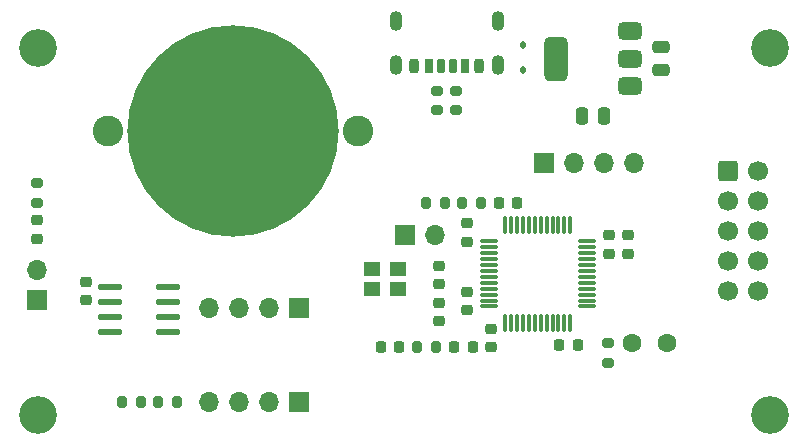
<source format=gbr>
%TF.GenerationSoftware,KiCad,Pcbnew,8.0.3*%
%TF.CreationDate,2024-07-12T13:43:30+12:00*%
%TF.ProjectId,microcontroller,6d696372-6f63-46f6-9e74-726f6c6c6572,0.1.5*%
%TF.SameCoordinates,Original*%
%TF.FileFunction,Soldermask,Top*%
%TF.FilePolarity,Negative*%
%FSLAX46Y46*%
G04 Gerber Fmt 4.6, Leading zero omitted, Abs format (unit mm)*
G04 Created by KiCad (PCBNEW 8.0.3) date 2024-07-12 13:43:30*
%MOMM*%
%LPD*%
G01*
G04 APERTURE LIST*
G04 Aperture macros list*
%AMRoundRect*
0 Rectangle with rounded corners*
0 $1 Rounding radius*
0 $2 $3 $4 $5 $6 $7 $8 $9 X,Y pos of 4 corners*
0 Add a 4 corners polygon primitive as box body*
4,1,4,$2,$3,$4,$5,$6,$7,$8,$9,$2,$3,0*
0 Add four circle primitives for the rounded corners*
1,1,$1+$1,$2,$3*
1,1,$1+$1,$4,$5*
1,1,$1+$1,$6,$7*
1,1,$1+$1,$8,$9*
0 Add four rect primitives between the rounded corners*
20,1,$1+$1,$2,$3,$4,$5,0*
20,1,$1+$1,$4,$5,$6,$7,0*
20,1,$1+$1,$6,$7,$8,$9,0*
20,1,$1+$1,$8,$9,$2,$3,0*%
G04 Aperture macros list end*
%ADD10RoundRect,0.250000X-0.475000X0.250000X-0.475000X-0.250000X0.475000X-0.250000X0.475000X0.250000X0*%
%ADD11C,3.200000*%
%ADD12RoundRect,0.079500X-0.910500X-0.185500X0.910500X-0.185500X0.910500X0.185500X-0.910500X0.185500X0*%
%ADD13RoundRect,0.175000X0.175000X0.425000X-0.175000X0.425000X-0.175000X-0.425000X0.175000X-0.425000X0*%
%ADD14RoundRect,0.190000X-0.190000X-0.410000X0.190000X-0.410000X0.190000X0.410000X-0.190000X0.410000X0*%
%ADD15RoundRect,0.200000X-0.200000X-0.400000X0.200000X-0.400000X0.200000X0.400000X-0.200000X0.400000X0*%
%ADD16RoundRect,0.175000X-0.175000X-0.425000X0.175000X-0.425000X0.175000X0.425000X-0.175000X0.425000X0*%
%ADD17RoundRect,0.190000X0.190000X0.410000X-0.190000X0.410000X-0.190000X-0.410000X0.190000X-0.410000X0*%
%ADD18RoundRect,0.200000X0.200000X0.400000X-0.200000X0.400000X-0.200000X-0.400000X0.200000X-0.400000X0*%
%ADD19O,1.100000X1.700000*%
%ADD20R,1.700000X1.700000*%
%ADD21O,1.700000X1.700000*%
%ADD22RoundRect,0.225000X0.250000X-0.225000X0.250000X0.225000X-0.250000X0.225000X-0.250000X-0.225000X0*%
%ADD23RoundRect,0.200000X0.200000X0.275000X-0.200000X0.275000X-0.200000X-0.275000X0.200000X-0.275000X0*%
%ADD24RoundRect,0.112500X-0.112500X0.187500X-0.112500X-0.187500X0.112500X-0.187500X0.112500X0.187500X0*%
%ADD25RoundRect,0.218750X-0.256250X0.218750X-0.256250X-0.218750X0.256250X-0.218750X0.256250X0.218750X0*%
%ADD26RoundRect,0.250000X-0.250000X-0.475000X0.250000X-0.475000X0.250000X0.475000X-0.250000X0.475000X0*%
%ADD27RoundRect,0.200000X-0.200000X-0.275000X0.200000X-0.275000X0.200000X0.275000X-0.200000X0.275000X0*%
%ADD28RoundRect,0.225000X-0.250000X0.225000X-0.250000X-0.225000X0.250000X-0.225000X0.250000X0.225000X0*%
%ADD29RoundRect,0.200000X0.275000X-0.200000X0.275000X0.200000X-0.275000X0.200000X-0.275000X-0.200000X0*%
%ADD30C,2.600000*%
%ADD31C,17.900000*%
%ADD32RoundRect,0.250000X-0.600000X-0.600000X0.600000X-0.600000X0.600000X0.600000X-0.600000X0.600000X0*%
%ADD33C,1.700000*%
%ADD34RoundRect,0.225000X-0.225000X-0.250000X0.225000X-0.250000X0.225000X0.250000X-0.225000X0.250000X0*%
%ADD35C,1.600000*%
%ADD36RoundRect,0.375000X0.625000X0.375000X-0.625000X0.375000X-0.625000X-0.375000X0.625000X-0.375000X0*%
%ADD37RoundRect,0.500000X0.500000X1.400000X-0.500000X1.400000X-0.500000X-1.400000X0.500000X-1.400000X0*%
%ADD38RoundRect,0.225000X0.225000X0.250000X-0.225000X0.250000X-0.225000X-0.250000X0.225000X-0.250000X0*%
%ADD39RoundRect,0.075000X-0.662500X-0.075000X0.662500X-0.075000X0.662500X0.075000X-0.662500X0.075000X0*%
%ADD40RoundRect,0.075000X-0.075000X-0.662500X0.075000X-0.662500X0.075000X0.662500X-0.075000X0.662500X0*%
%ADD41R,1.400000X1.200000*%
G04 APERTURE END LIST*
D10*
%TO.C,C9*%
X172700000Y-69912000D03*
X172700000Y-71812000D03*
%TD*%
D11*
%TO.C,H1*%
X120000000Y-70000000D03*
%TD*%
D12*
%TO.C,U3*%
X126059000Y-90170000D03*
X126059000Y-91440000D03*
X126059000Y-92710000D03*
X126059000Y-93980000D03*
X130989000Y-93980000D03*
X130989000Y-92710000D03*
X130989000Y-91440000D03*
X130989000Y-90170000D03*
%TD*%
D13*
%TO.C,J1*%
X155100000Y-71520000D03*
D14*
X153080000Y-71520000D03*
D15*
X151850000Y-71520000D03*
D16*
X154100000Y-71520000D03*
D17*
X156120000Y-71520000D03*
D18*
X157350000Y-71520000D03*
D19*
X158920000Y-71440000D03*
X158920000Y-67640000D03*
X150280000Y-71440000D03*
X150280000Y-67640000D03*
%TD*%
D20*
%TO.C,J3*%
X142113000Y-99949000D03*
D21*
X139573000Y-99949000D03*
X137033000Y-99949000D03*
X134493000Y-99949000D03*
%TD*%
D22*
%TO.C,C12*%
X153900000Y-89975000D03*
X153900000Y-88425000D03*
%TD*%
D23*
%TO.C,R2*%
X157525000Y-83100000D03*
X155875000Y-83100000D03*
%TD*%
D24*
%TO.C,D2*%
X161036000Y-69689000D03*
X161036000Y-71789000D03*
%TD*%
D20*
%TO.C,J2*%
X162860000Y-79700000D03*
D21*
X165400000Y-79700000D03*
X167940000Y-79700000D03*
X170480000Y-79700000D03*
%TD*%
D25*
%TO.C,D1*%
X119888000Y-84556500D03*
X119888000Y-86131500D03*
%TD*%
D26*
%TO.C,C10*%
X166035000Y-75688000D03*
X167935000Y-75688000D03*
%TD*%
D27*
%TO.C,R6*%
X130112000Y-99949000D03*
X131762000Y-99949000D03*
%TD*%
D20*
%TO.C,JP1*%
X119888000Y-91318000D03*
D21*
X119888000Y-88778000D03*
%TD*%
D11*
%TO.C,H3*%
X120000000Y-101000000D03*
%TD*%
D20*
%TO.C,J4*%
X142113000Y-91949000D03*
D21*
X139573000Y-91949000D03*
X137033000Y-91949000D03*
X134493000Y-91949000D03*
%TD*%
D28*
%TO.C,C5*%
X168300000Y-85825000D03*
X168300000Y-87375000D03*
%TD*%
D29*
%TO.C,R3*%
X153800000Y-75225000D03*
X153800000Y-73575000D03*
%TD*%
D30*
%TO.C,BT1*%
X125950000Y-77000000D03*
X147050000Y-77000000D03*
D31*
X136500000Y-77000000D03*
%TD*%
D28*
%TO.C,C6*%
X156300000Y-90625000D03*
X156300000Y-92175000D03*
%TD*%
%TO.C,C1*%
X169900000Y-85825000D03*
X169900000Y-87375000D03*
%TD*%
D32*
%TO.C,J5*%
X178435000Y-80420000D03*
D33*
X180975000Y-80420000D03*
X178435000Y-82960000D03*
X180975000Y-82960000D03*
X178435000Y-85500000D03*
X180975000Y-85500000D03*
X178435000Y-88040000D03*
X180975000Y-88040000D03*
X178435000Y-90580000D03*
X180975000Y-90580000D03*
%TD*%
D22*
%TO.C,C14*%
X124079000Y-91326000D03*
X124079000Y-89776000D03*
%TD*%
D23*
%TO.C,FB1*%
X153725000Y-95300000D03*
X152075000Y-95300000D03*
%TD*%
D22*
%TO.C,C4*%
X156300000Y-86375000D03*
X156300000Y-84825000D03*
%TD*%
D34*
%TO.C,C7*%
X155225000Y-95300000D03*
X156775000Y-95300000D03*
%TD*%
D35*
%TO.C,R9*%
X170280000Y-94975000D03*
X173280000Y-94975000D03*
%TD*%
D23*
%TO.C,R7*%
X128714000Y-99949000D03*
X127064000Y-99949000D03*
%TD*%
D20*
%TO.C,JP2*%
X151060000Y-85800000D03*
D21*
X153600000Y-85800000D03*
%TD*%
D36*
%TO.C,U1*%
X170135000Y-73162000D03*
X170135000Y-70862000D03*
D37*
X163835000Y-70862000D03*
D36*
X170135000Y-68562000D03*
%TD*%
D38*
%TO.C,C2*%
X165675000Y-95100000D03*
X164125000Y-95100000D03*
%TD*%
D27*
%TO.C,R5*%
X152800000Y-83100000D03*
X154450000Y-83100000D03*
%TD*%
D34*
%TO.C,C3*%
X159025000Y-83100000D03*
X160575000Y-83100000D03*
%TD*%
D11*
%TO.C,H2*%
X182000000Y-70000000D03*
%TD*%
D39*
%TO.C,U2*%
X158137500Y-86350000D03*
X158137500Y-86850000D03*
X158137500Y-87350000D03*
X158137500Y-87850000D03*
X158137500Y-88350000D03*
X158137500Y-88850000D03*
X158137500Y-89350000D03*
X158137500Y-89850000D03*
X158137500Y-90350000D03*
X158137500Y-90850000D03*
X158137500Y-91350000D03*
X158137500Y-91850000D03*
D40*
X159550000Y-93262500D03*
X160050000Y-93262500D03*
X160550000Y-93262500D03*
X161050000Y-93262500D03*
X161550000Y-93262500D03*
X162050000Y-93262500D03*
X162550000Y-93262500D03*
X163050000Y-93262500D03*
X163550000Y-93262500D03*
X164050000Y-93262500D03*
X164550000Y-93262500D03*
X165050000Y-93262500D03*
D39*
X166462500Y-91850000D03*
X166462500Y-91350000D03*
X166462500Y-90850000D03*
X166462500Y-90350000D03*
X166462500Y-89850000D03*
X166462500Y-89350000D03*
X166462500Y-88850000D03*
X166462500Y-88350000D03*
X166462500Y-87850000D03*
X166462500Y-87350000D03*
X166462500Y-86850000D03*
X166462500Y-86350000D03*
D40*
X165050000Y-84937500D03*
X164550000Y-84937500D03*
X164050000Y-84937500D03*
X163550000Y-84937500D03*
X163050000Y-84937500D03*
X162550000Y-84937500D03*
X162050000Y-84937500D03*
X161550000Y-84937500D03*
X161050000Y-84937500D03*
X160550000Y-84937500D03*
X160050000Y-84937500D03*
X159550000Y-84937500D03*
%TD*%
D11*
%TO.C,H4*%
X182000000Y-101000000D03*
%TD*%
D29*
%TO.C,R8*%
X168240000Y-96620000D03*
X168240000Y-94970000D03*
%TD*%
%TO.C,R1*%
X119888000Y-83057000D03*
X119888000Y-81407000D03*
%TD*%
D38*
%TO.C,C8*%
X150575000Y-95300000D03*
X149025000Y-95300000D03*
%TD*%
D28*
%TO.C,C11*%
X158300000Y-93725000D03*
X158300000Y-95275000D03*
%TD*%
%TO.C,C13*%
X153900000Y-91525000D03*
X153900000Y-93075000D03*
%TD*%
D41*
%TO.C,Y1*%
X150500000Y-88650000D03*
X148300000Y-88650000D03*
X148300000Y-90350000D03*
X150500000Y-90350000D03*
%TD*%
D29*
%TO.C,R4*%
X155400000Y-75225000D03*
X155400000Y-73575000D03*
%TD*%
M02*

</source>
